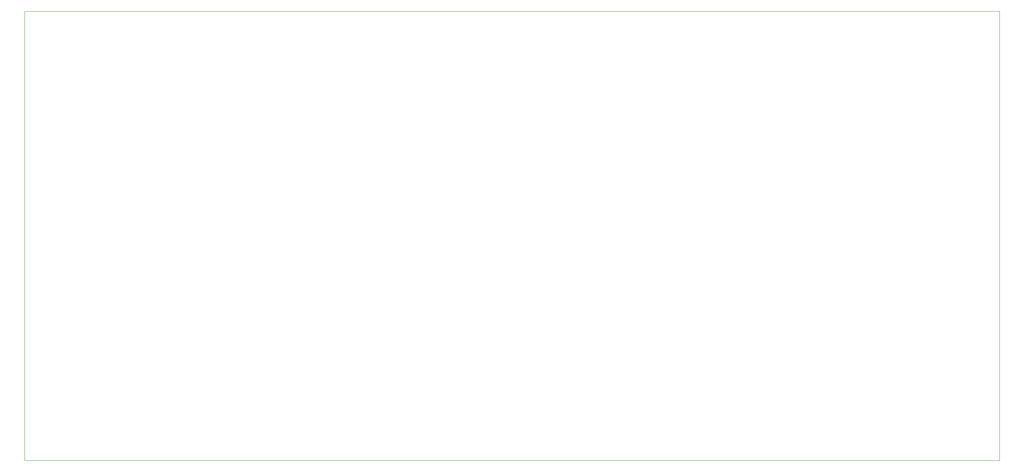
<source format=gbr>
%TF.GenerationSoftware,KiCad,Pcbnew,(6.0.0)*%
%TF.CreationDate,2022-01-24T17:49:48-05:00*%
%TF.ProjectId,crusader 2 backplane,63727573-6164-4657-9220-32206261636b,rev?*%
%TF.SameCoordinates,Original*%
%TF.FileFunction,Profile,NP*%
%FSLAX46Y46*%
G04 Gerber Fmt 4.6, Leading zero omitted, Abs format (unit mm)*
G04 Created by KiCad (PCBNEW (6.0.0)) date 2022-01-24 17:49:48*
%MOMM*%
%LPD*%
G01*
G04 APERTURE LIST*
%TA.AperFunction,Profile*%
%ADD10C,0.100000*%
%TD*%
G04 APERTURE END LIST*
D10*
X264736000Y-144394000D02*
X264736000Y-38894000D01*
X36136000Y-144394000D02*
X264736000Y-144394000D01*
X36136000Y-38894000D02*
X36136000Y-144394000D01*
X264736000Y-38894000D02*
X36136000Y-38894000D01*
M02*

</source>
